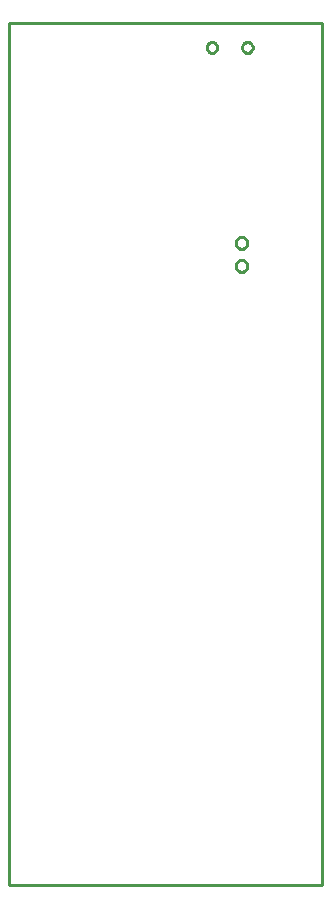
<source format=gbr>
G04 EAGLE Gerber RS-274X export*
G75*
%MOMM*%
%FSLAX34Y34*%
%LPD*%
%IN*%
%IPPOS*%
%AMOC8*
5,1,8,0,0,1.08239X$1,22.5*%
G01*
%ADD10C,0.254000*%


D10*
X0Y0D02*
X265000Y0D01*
X265000Y730000D01*
X0Y730000D01*
X0Y0D01*
X201500Y543219D02*
X201437Y542661D01*
X201312Y542114D01*
X201127Y541584D01*
X200883Y541078D01*
X200584Y540602D01*
X200234Y540163D01*
X199837Y539766D01*
X199398Y539416D01*
X198922Y539117D01*
X198416Y538873D01*
X197886Y538688D01*
X197339Y538563D01*
X196781Y538500D01*
X196219Y538500D01*
X195661Y538563D01*
X195114Y538688D01*
X194584Y538873D01*
X194078Y539117D01*
X193602Y539416D01*
X193163Y539766D01*
X192766Y540163D01*
X192416Y540602D01*
X192117Y541078D01*
X191873Y541584D01*
X191688Y542114D01*
X191563Y542661D01*
X191500Y543219D01*
X191500Y543781D01*
X191563Y544339D01*
X191688Y544886D01*
X191873Y545416D01*
X192117Y545922D01*
X192416Y546398D01*
X192766Y546837D01*
X193163Y547234D01*
X193602Y547584D01*
X194078Y547883D01*
X194584Y548127D01*
X195114Y548312D01*
X195661Y548437D01*
X196219Y548500D01*
X196781Y548500D01*
X197339Y548437D01*
X197886Y548312D01*
X198416Y548127D01*
X198922Y547883D01*
X199398Y547584D01*
X199837Y547234D01*
X200234Y546837D01*
X200584Y546398D01*
X200883Y545922D01*
X201127Y545416D01*
X201312Y544886D01*
X201437Y544339D01*
X201500Y543781D01*
X201500Y543219D01*
X201500Y523719D02*
X201437Y523161D01*
X201312Y522614D01*
X201127Y522084D01*
X200883Y521578D01*
X200584Y521102D01*
X200234Y520663D01*
X199837Y520266D01*
X199398Y519916D01*
X198922Y519617D01*
X198416Y519373D01*
X197886Y519188D01*
X197339Y519063D01*
X196781Y519000D01*
X196219Y519000D01*
X195661Y519063D01*
X195114Y519188D01*
X194584Y519373D01*
X194078Y519617D01*
X193602Y519916D01*
X193163Y520266D01*
X192766Y520663D01*
X192416Y521102D01*
X192117Y521578D01*
X191873Y522084D01*
X191688Y522614D01*
X191563Y523161D01*
X191500Y523719D01*
X191500Y524281D01*
X191563Y524839D01*
X191688Y525386D01*
X191873Y525916D01*
X192117Y526422D01*
X192416Y526898D01*
X192766Y527337D01*
X193163Y527734D01*
X193602Y528084D01*
X194078Y528383D01*
X194584Y528627D01*
X195114Y528812D01*
X195661Y528937D01*
X196219Y529000D01*
X196781Y529000D01*
X197339Y528937D01*
X197886Y528812D01*
X198416Y528627D01*
X198922Y528383D01*
X199398Y528084D01*
X199837Y527734D01*
X200234Y527337D01*
X200584Y526898D01*
X200883Y526422D01*
X201127Y525916D01*
X201312Y525386D01*
X201437Y524839D01*
X201500Y524281D01*
X201500Y523719D01*
X176000Y708705D02*
X175923Y708120D01*
X175770Y707550D01*
X175545Y707005D01*
X175250Y706495D01*
X174891Y706027D01*
X174473Y705609D01*
X174005Y705250D01*
X173495Y704955D01*
X172950Y704730D01*
X172380Y704577D01*
X171795Y704500D01*
X171205Y704500D01*
X170620Y704577D01*
X170050Y704730D01*
X169505Y704955D01*
X168995Y705250D01*
X168527Y705609D01*
X168109Y706027D01*
X167750Y706495D01*
X167455Y707005D01*
X167230Y707550D01*
X167077Y708120D01*
X167000Y708705D01*
X167000Y709295D01*
X167077Y709880D01*
X167230Y710450D01*
X167455Y710995D01*
X167750Y711505D01*
X168109Y711973D01*
X168527Y712391D01*
X168995Y712750D01*
X169505Y713045D01*
X170050Y713270D01*
X170620Y713423D01*
X171205Y713500D01*
X171795Y713500D01*
X172380Y713423D01*
X172950Y713270D01*
X173495Y713045D01*
X174005Y712750D01*
X174473Y712391D01*
X174891Y711973D01*
X175250Y711505D01*
X175545Y710995D01*
X175770Y710450D01*
X175923Y709880D01*
X176000Y709295D01*
X176000Y708705D01*
X206000Y708705D02*
X205923Y708120D01*
X205770Y707550D01*
X205545Y707005D01*
X205250Y706495D01*
X204891Y706027D01*
X204473Y705609D01*
X204005Y705250D01*
X203495Y704955D01*
X202950Y704730D01*
X202380Y704577D01*
X201795Y704500D01*
X201205Y704500D01*
X200620Y704577D01*
X200050Y704730D01*
X199505Y704955D01*
X198995Y705250D01*
X198527Y705609D01*
X198109Y706027D01*
X197750Y706495D01*
X197455Y707005D01*
X197230Y707550D01*
X197077Y708120D01*
X197000Y708705D01*
X197000Y709295D01*
X197077Y709880D01*
X197230Y710450D01*
X197455Y710995D01*
X197750Y711505D01*
X198109Y711973D01*
X198527Y712391D01*
X198995Y712750D01*
X199505Y713045D01*
X200050Y713270D01*
X200620Y713423D01*
X201205Y713500D01*
X201795Y713500D01*
X202380Y713423D01*
X202950Y713270D01*
X203495Y713045D01*
X204005Y712750D01*
X204473Y712391D01*
X204891Y711973D01*
X205250Y711505D01*
X205545Y710995D01*
X205770Y710450D01*
X205923Y709880D01*
X206000Y709295D01*
X206000Y708705D01*
M02*

</source>
